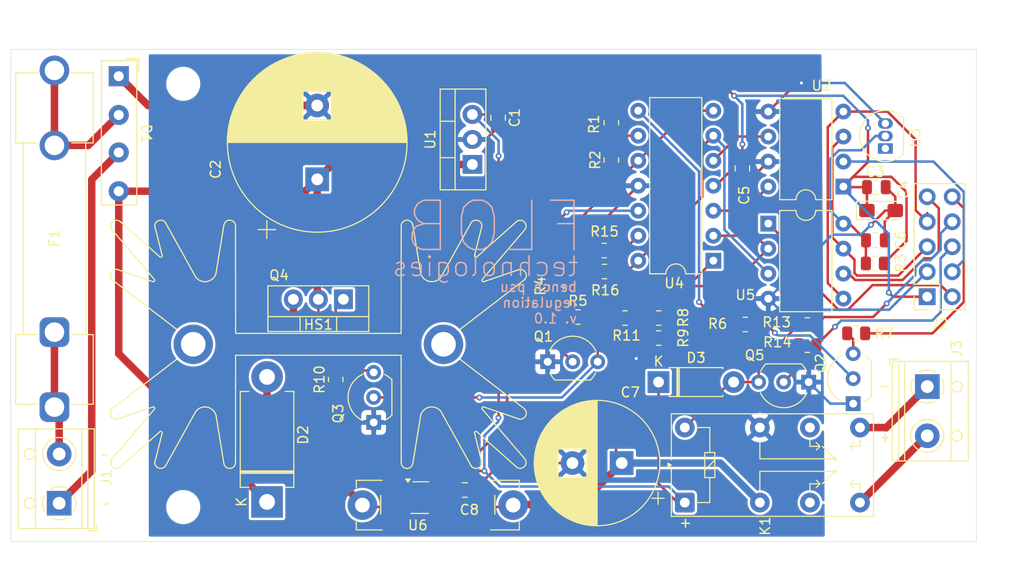
<source format=kicad_pcb>
(kicad_pcb (version 20240108) (generator "pcbnew") (generator_version "8.0")
  (layers (0 "F.Cu" signal) (31 "B.Cu" signal) (34 "B.Paste" user) (35 "F.Paste" user) (36 "B.SilkS" user "B.Silkscreen") (37 "F.SilkS" user "F.Silkscreen") (38 "B.Mask" user) (39 "F.Mask" user) (44 "Edge.Cuts" user))
  (net 0 "")
  (net 1 "GND")
  (net 2 "+5V")
  (net 3 "VDC")
  (net 4 "Net-(U3-K)")
  (net 5 "VOUT")
  (net 6 "Net-(J1-Pin_1)")
  (net 7 "Net-(D1-Pad2)")
  (net 8 "Net-(D2-A)")
  (net 9 "Net-(D3-A)")
  (net 10 "Net-(J1-Pin_2)")
  (net 11 "SPI_SDI")
  (net 12 "OUTPUT_EN_LED")
  (net 13 "ADC_CS")
  (net 14 "SPI_SDO")
  (net 15 "SPI_CLK")
  (net 16 "DAC_CS")
  (net 17 "OUTPUT_EN")
  (net 18 "CUR_LIMIT_LED")
  (net 19 "Net-(J3-Pin_1)")
  (net 20 "Net-(J3-Pin_2)")
  (net 23 "Net-(Q1-C)")
  (net 24 "Net-(Q1-B)")
  (net 25 "Net-(Q2-C)")
  (net 26 "Net-(Q2-B)")
  (net 27 "Net-(Q3-C)")
  (net 28 "Net-(Q5-B)")
  (net 29 "Net-(U4C--)")
  (net 30 "Net-(U4C-+)")
  (net 31 "Net-(R5-Pad1)")
  (net 32 "Net-(R6-Pad1)")
  (net 33 "Vsense")
  (net 34 "Net-(R8-Pad2)")
  (net 35 "Net-(U4D--)")
  (net 36 "Isense")
  (net 37 "Net-(U2-VB)")
  (net 38 "Net-(U2-VA)")
  (net 40 "Net-(U4D-+)")
  (footprint "MountingHole:MountingHole_3.2mm_M3" (layer "F.Cu") (at 180.4 106)
    (property "Reference" "H3" (hide yes))
    (property "Value" "MountingHole")
  )
  (footprint "Resistor_SMD:R_0805_2012Metric" (layer "F.Cu") (at 151.765 129.794)
    (property "Reference" "R8")
    (property "Value" "1000")
  )
  (footprint "Connector_PinSocket_2.54mm:PinSocket_2x05_P2.54mm_Vertical" (layer "F.Cu") (at 179.01 127.63 180)
    (property "Reference" "J2")
    (property "Value" "Conn_02x05_Odd_Even")
  )
  (footprint "Capacitor_SMD:C_0805_2012Metric" (layer "F.Cu") (at 135.4582 109.4442 -90)
    (property "Reference" "C1")
    (property "Value" "1uF")
  )
  (footprint "Capacitor_THT:CP_Radial_D12.5mm_P5.00mm" (layer "F.Cu") (at 148.002 144.526 180)
    (property "Reference" "C7")
    (property "Value" "1000uF")
  )
  (footprint "Package_TO_SOT_THT:TO-92_Inline_Wide" (layer "F.Cu") (at 140.4874 134.239)
    (property "Reference" "Q1")
    (property "Value" "2N3904")
  )
  (footprint "Capacitor_SMD:C_0805_2012Metric" (layer "F.Cu") (at 173.75 121.9)
    (property "Reference" "C6")
    (property "Value" "1uF")
  )
  (footprint "Resistor_SMD:R_0805_2012Metric" (layer "F.Cu") (at 166.85 132.55)
    (property "Reference" "R14")
    (property "Value" "5100")
  )
  (footprint "Package_TO_SOT_THT:TO-220-3_Vertical" (layer "F.Cu") (at 119.7518 127.89078 180)
    (property "Reference" "Q4")
    (property "Value" "TIP32C")
  )
  (footprint "Heatsink:Heatsink_Fischer_SK129-STS_42x25mm_2xDrill2.5mm" (layer "F.Cu") (at 117.2118 132.46278)
    (property "Reference" "HS1")
    (property "Value" "Heatsink_Pad")
  )
  (footprint "Resistor_SMD:R_0805_2012Metric" (layer "F.Cu") (at 141.3764 126.6444 -90)
    (property "Reference" "R4")
    (property "Value" "5100")
  )
  (footprint "Resistor_SMD:R_0805_2012Metric" (layer "F.Cu") (at 160.55 130.45)
    (property "Reference" "R6")
    (property "Value" "5100")
  )
  (footprint "Package_DIP:DIP-8_W7.62mm" (layer "F.Cu") (at 170.5 116.44 180)
    (property "Reference" "U2")
    (property "Value" "MCP4812")
  )
  (footprint "MountingHole:MountingHole_3.2mm_M3" (layer "F.Cu") (at 180.4 149)
    (property "Reference" "H4" (hide yes))
    (property "Value" "MountingHole")
  )
  (footprint "Resistor_SMD:R_0805_2012Metric" (layer "F.Cu") (at 166.85 130.5 180)
    (property "Reference" "R13")
    (property "Value" "330")
  )
  (footprint "MountingHole:MountingHole_3.2mm_M3" (layer "F.Cu") (at 103.5 106)
    (property "Reference" "H1" (hide yes))
    (property "Value" "MountingHole")
  )
  (footprint "Package_TO_SOT_THT:TO-92_Inline_Wide" (layer "F.Cu") (at 171.5 138.49 90)
    (property "Reference" "Q2")
    (property "Value" "2N3904")
  )
  (footprint "Package_TO_SOT_THT:TO-92_Inline_Wide" (layer "F.Cu") (at 166.98 136.3 180)
    (property "Reference" "Q5")
    (property "Value" "2N3904")
  )
  (footprint "Resistor_SMD:R_0805_2012Metric" (layer "F.Cu") (at 143.5608 129.6924)
    (property "Reference" "R5")
    (property "Value" "5100")
  )
  (footprint "Capacitor_SMD:C_0805_2012Metric" (layer "F.Cu") (at 160.2486 114.5946 -90)
    (property "Reference" "C5")
    (property "Value" "1uF")
  )
  (footprint "Relay_THT:Relay_DPDT_Omron_G6A" (layer "F.Cu") (at 154.4066 148.5392 90)
    (property "Reference" "K1")
    (property "Value" "G6A")
  )
  (footprint "Capacitor_Tantalum_SMD:CP_EIA-3216-18_Kemet-A_Pad1.58x1.35mm_HandSolder" (layer "F.Cu") (at 174.3305 118.872)
    (property "Reference" "C4")
    (property "Value" "10uF")
  )
  (footprint "Capacitor_THT:CP_Radial_D18.0mm_P7.50mm" (layer "F.Cu") (at 117.094 115.704 90)
    (property "Reference" "C2")
    (property "Value" "6800uF")
  )
  (footprint "Capacitor_SMD:C_0805_2012Metric" (layer "F.Cu") (at 132.08 147.2648)
    (property "Reference" "C8")
    (property "Value" "1uF")
  )
  (footprint "Package_TO_SOT_SMD:SOT-23-5_HandSoldering" (layer "F.Cu") (at 127.5042 148.037)
    (property "Reference" "U6")
    (property "Value" "INA180A1")
  )
  (footprint "Package_TO_SOT_THT:TO-220-3_Vertical" (layer "F.Cu") (at 132.8472 114.194 90)
    (property "Reference" "U1")
    (property "Value" "LM7805_TO220")
  )
  (footprint "TerminalBlock_RND:TerminalBlock_RND_205-00012_1x02_P5.00mm_Horizontal" (layer "F.Cu") (at 179.0192 136.7574 -90)
    (property "Reference" "J3")
    (property "Value" "Screw_Terminal_01x02")
  )
  (footprint "Resistor_SMD:R_0805_2012Metric" (layer "F.Cu") (at 146.95 113.75 -90)
    (property "Reference" "R2")
    (property "Value" "680")
  )
  (footprint "Resistor_SMD:R_0805_2012Metric" (layer "F.Cu") (at 146.95 109.95 90)
    (property "Reference" "R1")
    (property "Value" "5100")
  )
  (footprint "Package_TO_SOT_THT:TO-92_Inline" (layer "F.Cu") (at 174.76 112.57 90)
    (property "Reference" "U3")
    (property "Value" "LM4040LP-4.1")
  )
  (footprint "Resistor_SMD:R_0805_2012Metric" (layer "F.Cu") (at 118.9736 136.0399 90)
    (property "Reference" "R10")
    (property "Value" "5100")
  )
  (footprint "Diode_THT:D_DO-41_SOD81_P7.62mm_Horizontal" (layer "F.Cu") (at 151.74 136.3)
    (property "Reference" "D3")
    (property "Value" "1N4007")
  )
  (footprint "TerminalBlock_RND:TerminalBlock_RND_205-00012_1x02_P5.00mm_Horizontal" (layer "F.Cu") (at 90.9066 148.611 90)
    (property "Reference" "J1")
    (property "Value" "Screw_Terminal_01x02")
  )
  (footprint "Package_DIP:DIP-14_W7.62mm" (layer "F.Cu") (at 157.3 123.97 180)
    (property "Reference" "U4")
    (property "Value" "MCP6004")
  )
  (footprint "Altbutt:Diode_THT_Diode_Bridge_SIP365W86P406L1475H1060Q4" (layer "F.Cu") (at 96.9518 111.0698 -90)
    (property "Reference" "D1")
    (property "Value" "KBP206G")
  )
  (footprint "MountingHole:MountingHole_3.2mm_M3" (layer "F.Cu") (at 103.5 149)
    (property "Reference" "H2" (hide yes))
    (property "Value" "MountingHole" (hide yes))
  )
  (footprint "Altbutt:R_Bare_Metal_Element_L16.3mm_W4.0mm_no_mask" (layer "F.Cu") (at 121.6822 148.738)
    (property "Reference" "R12" (hide yes))
    (property "Value" "0.1" (hide yes))
  )
  (footprint "Capacitor_SMD:C_0805_2012Metric" (layer "F.Cu") (at 173.85 116.5)
    (property "Reference" "C3")
    (property "Value" "1uF")
  )
  (footprint "Diode_THT:D_DO-201AD_P12.70mm_Horizontal" (layer "F.Cu") (at 112.0048 148.4738 90)
    (property "Reference" "D2")
    (property "Value" "SB540")
  )
  (footprint "Fuse:Fuseholder_Clip-6.3x32mm_Littelfuse_102_122_Inline_P34.21x7.62mm_D1.98mm_Horizontal" (layer "F.Cu") (at 90.424 138.8466 90)
    (property "Reference" "F1")
    (property "Value" "1.5A")
  )
  (footprint "Package_DIP:DIP-8_W7.62mm" (layer "F.Cu") (at 162.88 120.2)
    (property "Reference" "U5")
    (property "Value" "MCP3002")
  )
  (footprint "Resistor_SMD:R_0805_2012Metric" (layer "F.Cu") (at 151.765 131.826 180)
    (property "Reference" "R9")
    (property "Value" "1000")
  )
  (footprint "Resistor_SMD:R_0805_2012Metric" (layer "F.Cu") (at 146.2278 122.936 180)
    (property "Reference" "R15")
    (property "Value" "1000")
  )
  (footprint "Resistor_SMD:R_0805_2012Metric" (layer "F.Cu") (at 173.7 124.25 180)
    (property "Reference" "R3")
    (property "Value" "680")
  )
  (footprint "Package_TO_SOT_THT:TO-92_Inline_Wide" (layer "F.Cu") (at 122.8271 140.3966 90)
    (property "Reference" "Q3")
    (property "Value" "2N3904")
  )
  (footprint "Resistor_SMD:R_0805_2012Metric" (layer "F.Cu") (at 146.2532 125.0696)
    (property "Reference" "R16")
    (property "Value" "1000")
  )
  (footprint "Resistor_SMD:R_0805_2012Metric" (layer "F.Cu") (at 171.8 131.35 180)
    (property "Reference" "R7")
    (property "Value" "330")
  )
  (footprint "Resistor_SMD:R_0805_2012Metric" (layer "F.Cu") (at 148.336 129.794)
    (property "Reference" "R11")
    (property "Value" "9100")
  )
  (gr_rect (start 86 102.5) (end 184 152.5) (stroke (width 0.05)) (fill none) (layer "Edge.Cuts"))
  (gr_text "technologies" (at 143.7386 125.73 0) (layer "B.SilkS") (effects (font (size 2 2)) (justify left bottom mirror)))
  (gr_text "FLOB" (at 144.4498 123.444 0) (layer "B.SilkS") (effects (font (size 5 5)) (justify left bottom mirror)))
  (gr_text "bench psu\nregulation\nv. 1.0" (at 143.5608 130.4274 0) (layer "B.SilkS") (effects (font (size 1 1)) (justify left bottom mirror)))
  (gr_text "-" (at 173.9646 137.2616 0) (layer "F.SilkS") (effects (font (size 1 1)) (justify left bottom)))
  (gr_text "+" (at 174.0154 142.4686 0) (layer "F.SilkS") (effects (font (size 1 1)) (justify left bottom)))
  (gr_text "~" (at 95.2246 149.225 0) (layer "F.SilkS") (effects (font (size 1 1)) (justify left bottom)))
  (gr_text "~" (at 95.123 144.272 0) (layer "F.SilkS") (effects (font (size 1 1)) (justify left bottom)))
  (segment (start 150.8525 131.826) (end 150.8525 132.5353) (width 0.254) (layer "F.Cu") (net 1))
  (segment (start 145.3153 120.7147) (end 149.68 116.35) (width 0.254) (layer "F.Cu") (net 1))
  (segment (start 145.3153 122.936) (end 145.3153 120.7147) (width 0.254) (layer "F.Cu") (net 1))
  (segment (start 142.6817 110.3942) (end 146.95 114.6625) (width 0.254) (layer "F.Cu") (net 1))
  (segment (start 96.9518 105.2278) (end 99.928 108.204) (width 0.762) (layer "F.Cu") (net 1))
  (segment (start 174.7 121.9) (end 174.7 119.94) (width 0.254) (layer "F.Cu") (net 1))
  (segment (start 175.768 118.872) (end 174.752 118.872) (width 0.254) (layer "F.Cu") (net 1))
  (segment (start 130.067 148.037) (end 130.34 148.31) (width 0.2) (layer "F.Cu") (net 1))
  (segment (start 175.768 117.468) (end 174.8 116.5) (width 0.254) (layer "F.Cu") (net 1))
  (segment (start 174.7 119.94) (end 175.768 118.872) (width 0.254) (layer "F.Cu") (net 1))
  (segment (start 130.34 148.31) (end 131.9848 148.31) (width 0.2) (layer "F.Cu") (net 1))
  (segment (start 166.243 105.918) (end 165.782 105.918) (width 0.254) (layer "F.Cu") (net 1))
  (segment (start 133.03 147.2648) (end 135.7688 144.526) (width 0.254) (layer "F.Cu") (net 1))
  (segment (start 132.8472 111.654) (end 134.1984 111.654) (width 0.254) (layer "F.Cu") (net 1))
  (segment (start 135.4582 110.3942) (end 142.6817 110.3942) (width 0.254) (layer "F.Cu") (net 1))
  (segment (start 174.752 118.872) (end 173.3042 120.3198) (width 0.254) (layer "F.Cu") (net 1))
  (segment (start 150.8525 132.5353) (end 149.479 133.9088) (width 0.254) (layer "F.Cu") (net 1))
  (segment (start 134.1984 111.654) (end 135.4582 110.3942) (width 0.254) (layer "F.Cu") (net 1))
  (segment (start 165.782 105.918) (end 162.88 108.82) (width 0.254) (layer "F.Cu") (net 1))
  (segment (start 175.768 118.872) (end 175.768 117.468) (width 0.254) (layer "F.Cu") (net 1))
  (segment (start 126.1542 148.037) (end 130.067 148.037) (width 0.2) (layer "F.Cu") (net 1))
  (segment (start 131.9848 148.31) (end 133.03 147.2648) (width 0.2) (layer "F.Cu") (net 1))
  (segment (start 135.7688 144.526) (end 143.002 144.526) (width 0.254) (layer "F.Cu") (net 1))
  (segment (start 161.2354 115.5446) (end 162.88 113.9) (width 0.254) (layer "F.Cu") (net 1))
  (segment (start 99.928 108.204) (end 117.094 108.204) (width 0.762) (layer "F.Cu") (net 1))
  (segment (start 160.2486 115.5446) (end 161.2354 115.5446) (width 0.254) (layer "F.Cu") (net 1))
  (via (at 173.3042 120.3198) (size 0.6) (drill 0.3) (layers "F.Cu" "B.Cu") (net 1))
  (via (at 166.243 105.918) (size 0.6) (drill 0.3) (layers "F.Cu" "B.Cu") (net 1))
  (via (at 149.479 133.9088) (size 0.6) (drill 0.3) (layers "F.Cu" "B.Cu") (net 1))
  (segment (start 171.5 138.49) (end 169.17 138.49) (width 0.254) (layer "B.Cu") (net 1))
  (segment (start 175.153 128.947) (end 164.007 128.947) (width 0.254) (layer "B.Cu") (net 1))
  (segment (start 169.373 121.327) (end 162.88 127.82) (width 0.254) (layer "B.Cu") (net 1))
  (segment (start 169.17 138.49) (end 166.98 136.3) (width 0.254) (layer "B.Cu") (net 1))
  (segment (start 172.297 121.327) (end 169.373 121.327) (width 0.254) (layer "B.Cu") (net 1))
  (segment (start 164.007 128.947) (end 162.88 127.82) (width 0.254) (layer "B.Cu") (net 1))
  (segment (start 173.3042 120.3198) (end 172.297 121.327) (width 0.254) (layer "B.Cu") (net 1))
  (segment (start 179.01 125.09) (end 175.153 128.947) (width 0.254) (layer "B.Cu") (net 1))
  (segment (start 174.76 110.03) (end 170.648 105.918) (width 0.254) (layer "B.Cu") (net 1))
  (segment (start 170.648 105.918) (end 166.243 105.918) (width 0.254) (layer "B.Cu") (net 1))
  (segment (start 160.2486 113.6446) (end 157.5432 116.35) (width 0.254) (layer "F.Cu") (net 2))
  (segment (start 159.4104 107.2134) (end 158.2166 106.0196) (width 0.254) (layer "F.Cu") (net 2))
  (segment (start 134.8384 109.114) (end 135.4582 108.4942) (width 0.254) (layer "F.Cu") (net 2))
  (segment (start 179.01 127.63) (end 175.5344 127.63) (width 0.254) (layer "F.Cu") (net 2))
  (segment (start 146.4067 108.4942) (end 146.95 109.0375) (width 0.254) (layer "F.Cu") (net 2))
  (segment (start 176.911 116.9924) (end 176.911 121.9515) (width 0.254) (layer "F.Cu") (net 2))
  (segment (start 170.5 116.44) (end 171.492 115.448) (width 0.254) (layer "F.Cu") (net 2))
  (segment (start 151.74 146.620294) (end 153.658906 148.5392) (width 0.254) (layer "F.Cu") (net 2))
  (segment (start 135.509 113.3304) (end 135.509 139.8988) (width 0.254) (layer "F.Cu") (net 2))
  (segment (start 153.658906 148.5392) (end 154.4066 148.5392) (width 0.254) (layer "F.Cu") (net 2))
  (segment (start 175.5344 127.63) (end 175.115488 127.211088) (width 0.254) (layer "F.Cu") (net 2))
  (segment (start 135.509 139.8988) (end 135.4836 139.9242) (width 0.254) (layer "F.Cu") (net 2))
  (segment (start 132.8472 109.114) (end 134.8384 109.114) (width 0.254) (layer "F.Cu") (net 2))
  (segment (start 172.9994 113.9406) (end 172.9994 110.49) (width 0.254) (layer "F.Cu") (net 2))
  (segment (start 135.4582 108.4942) (end 146.4067 108.4942) (width 0.254) (layer "F.Cu") (net 2))
  (segment (start 149.9679 106.0196) (end 146.95 109.0375) (width 0.254) (layer "F.Cu") (net 2))
  (segment (start 170.56 116.5) (end 170.5 116.44) (width 0.254) (layer "F.Cu") (net 2))
  (segment (start 170.5 116.44) (end 172.9994 113.9406) (width 0.254) (layer "F.Cu") (net 2))
  (segment (start 172.893 116.507) (end 172.9 116.5) (width 0.254) (layer "F.Cu") (net 2))
  (segment (start 171.492 115.448) (end 175.3666 115.448) (width 0.254) (layer "F.Cu") (net 2))
  (segment (start 160.2486 113.6446) (end 160.2486 112.141) (width 0.254) (layer "F.Cu") (net 2))
  (segment (start 172.9 116.5) (end 170.56 116.5) (width 0.254) (layer "F.Cu") (net 2))
  (segment (start 151.74 146.620294) (end 151.74 136.3) (width 0.254) (layer "F.Cu") (net 2))
  (segment (start 130.9522 147.087) (end 131.13 147.2648) (width 0.254) (layer "F.Cu") (net 2))
  (segment (start 128.8542 147.087) (end 130.9522 147.087) (width 0.254) (layer "F.Cu") (net 2))
  (segment (start 158.2166 106.0196) (end 149.9679 106.0196) (width 0.254) (layer "F.Cu") (net 2))
  (segment (start 133.0604 145.3344) (end 131.13 147.2648) (width 0.254) (layer "F.Cu") (net 2))
  (segment (start 176.911 121.9515) (end 174.6125 124.25) (width 0.254) (layer "F.Cu") (net 2))
  (segment (start 175.3666 115.448) (end 176.911 116.9924) (width 0.254) (layer "F.Cu") (net 2))
  (segment (start 157.5432 116.35) (end 157.3 116.35) (width 0.254) (layer "F.Cu") (net 2))
  (segment (start 133.0148 108.4942) (end 132.8472 108.3266) (width 0.254) (layer "F.Cu") (net 2))
  (segment (start 134.0612 145.3344) (end 133.0604 145.3344) (width 0.254) (layer "F.Cu") (net 2))
  (segment (start 172.893 118.872) (end 172.893 116.507) (width 0.254) (layer "F.Cu") (net 2))
  (via (at 134.0612 145.3344) (size 0.6) (drill 0.3) (layers "F.Cu" "B.Cu") (net 2))
  (via (at 159.4104 107.2134) (size 0.6) (drill 0.3) (layers "F.Cu" "B.Cu") (net 2))
  (via (at 135.4836 139.9242) (size 0.6) (drill 0.3) (layers "F.Cu" "B.Cu") (net 2))
  (via (at 135.509 113.3304) (size 0.6) (drill 0.3) (layers "F.Cu" "B.Cu") (net 2))
  (via (at 160.2486 112.141) (size 0.6) (drill 0.3) (layers "F.Cu" "B.Cu") (net 2))
  (via (at 172.9994 110.49) (size 0.6) (drill 0.3) (layers "F.Cu" "B.Cu") (net 2))
  (via (at 175.115488 127.211088) (size 0.6) (drill 0.3) (layers "F.Cu" "B.Cu") (net 2))
  (segment (start 135.4836 139.9242) (end 135.4836 140.3052) (width 0.254) (layer "B.Cu") (net 2))
  (segment (start 152.7784 146.911) (end 154.4066 148.5392) (width 0.254) (layer "B.Cu") (net 2))
  (segment (start 160.2486 112.141) (end 160.2486 108.0516) (width 0.254) (layer "B.Cu") (net 2))
  (segment (start 172.9994 110.49) (end 172.9994 109.725581) (width 0.254) (layer "B.Cu") (net 2))
  (segment (start 132.8472 109.114) (end 135.509 111.7758) (width 0.254) (layer "B.Cu") (net 2))
  (segment (start 170.487219 107.2134) (end 159.4104 107.2134) (width 0.254) (layer "B.Cu") (net 2))
  (segment (start 172.9994 109.725581) (end 170.487219 107.2134) (width 0.254) (layer "B.Cu") (net 2))
  (segment (start 160.2486 108.0516) (end 159.4104 107.2134) (width 0.254) (layer "B.Cu") (net 2))
  (segment (start 134.0612 145.3344) (end 135.6378 146.911) (width 0.254) (layer "B.Cu") (net 2))
  (segment (start 135.6378 146.911) (end 152.7784 146.911) (width 0.254) (layer "B.Cu") (net 2))
  (segment (start 135.4836 140.3052) (end 134.0612 141.7276) (width 0.254) (layer "B.Cu") (net 2))
  (segment (start 170.5 116.628888) (end 170.5 116.44) (width 0.254) (layer "B.Cu") (net 2))
  (segment (start 135.509 111.7758) (end 135.509 113.3304) (width 0.254) (layer "B.Cu") (net 2))
  (segment (start 175.115488 127.211088) (end 175.115488 121.244376) (width 0.254) (layer "B.Cu") (net 2))
  (segment (start 175.115488 121.244376) (end 170.5 116.628888) (width 0.254) (layer "B.Cu") (net 2))
  (segment (start 134.0612 141.7276) (end 134.0612 145.3344) (width 0.254) (layer "B.Cu") (net 2))
  (segment (start 112.0048 148.4738) (end 96.9518 133.4208) (width 0.762) (layer "F.Cu") (net 3))
  (segment (start 117.2118 135.1906) (end 117.2118 127.89078) (width 0.254) (layer "F.Cu") (net 3))
  (segment (start 117.094 115.704) (end 117.094 127.77298) (width 0.762) (layer "F.Cu") (net 3))
  (segment (start 117.094 127.77298) (end 117.2118 127.89078) (width 0.762) (layer "F.Cu") (net 3))
  (segment (start 118.9736 136.9524) (end 117.2118 135.1906) (width 0.254) (layer "F.Cu") (net 3))
  (segment (start 117.1629 127.93968) (end 117.2118 127.89078) (width 0.254) (layer "F.Cu") (net 3))
  (segment (start 96.9518 133.4208) (end 96.9518 116.9118) (width 0.762) (layer "F.Cu") (net 3))
  (segment (start 115.8862 116.9118) (end 117.094 115.704) (width 0.762) (layer "F.Cu") (net 3))
  (segment (start 132.84518 114.19198) (end 132.8472 114.194) (width 0.762) (layer "F.Cu") (net 3))
  (segment (start 132.8472 114.194) (end 118.604 114.194) (width 0.762) (layer "F.Cu") (net 3))
  (segment (start 118.604 114.194) (end 117.094 115.704) (width 0.762) (layer "F.Cu") (net 3))
  (segment (start 96.9518 116.9118) (end 115.8862 116.9118) (width 0.762) (layer "F.Cu") (net 3))
  (segment (start 172.7875 124.25) (end 172.7875 121.9125) (width 0.254) (layer "F.Cu") (net 4))
  (segment (start 172.7875 121.9125) (end 172.8 121.9) (width 0.254) (layer "F.Cu") (net 4))
  (segment (start 171.1 120.2) (end 170.5 120.2) (width 0.254) (layer "F.Cu") (net 4))
  (segment (start 172.8 121.9) (end 171.1 120.2) (width 0.254) (layer "F.Cu") (net 4))
  (segment (start 172.304 112.752) (end 170.054181 112.752) (width 0.254) (layer "B.Cu") (net 4))
  (segment (start 170.054181 112.752) (end 169.1894 113.616781) (width 0.254) (layer "B.Cu") (net 4))
  (segment (start 169.1894 118.8894) (end 170.5 120.2) (width 0.254) (layer "B.Cu") (net 4))
  (segment (start 169.1894 113.616781) (end 169.1894 118.8894) (width 0.254) (layer "B.Cu") (net 4))
  (segment (start 173.756 111.3) (end 172.304 112.752) (width 0.254) (layer "B.Cu") (net 4))
  (segment (start 174.76 111.3) (end 173.756 111.3) (width 0.254) (layer "B.Cu") (net 4))
  (segment (start 136.9822 148.738) (end 143.79 148.738) (width 0.762) (layer "F.Cu") (net 5))
  (segment (start 128.8542 148.987) (end 136.7332 148.987) (width 0.254) (layer "F.Cu") (net 5))
  (segment (start 147.4235 129.794) (end 147.4235 143.9475) (width 0.254) (layer "F.Cu") (net 5))
  (segment (start 143.79 148.738) (end 148.002 144.526) (width 0.762) (layer "F.Cu") (net 5))
  (segment (start 136.7332 148.987) (end 136.9822 148.738) (width 0.254) (layer "F.Cu") (net 5))
  (segment (start 147.4235 143.9475) (end 148.002 144.526) (width 0.254) (layer "F.Cu") (net 5))
  (segment (start 148.002 144.526) (end 158.0134 144.526) (width 0.762) (layer "B.Cu") (net 5))
  (segment (start 158.0134 144.526) (end 162.0266 148.5392) (width 0.762) (layer "B.Cu") (net 5))
  (segment (start 94.2086 145.309) (end 90.9066 148.611) (width 0.762) (layer "F.Cu") (net 6))
  (segment (start 94.2086 115.718) (end 94.2086 145.309) (width 0.762) (layer "F.Cu") (net 6))
  (segment (start 96.9518 112.9748) (end 94.2086 115.718) (width 0.762) (layer "F.Cu") (net 6))
  (segment (start 93.86 112.2566) (end 96.9518 109.1648) (width 0.762) (layer "F.Cu") (net 7))
  (segment (start 90.424 112.2566) (end 90.424 104.6366) (width 0.762) (layer "F.Cu") (net 7))
  (segment (start 90.424 112.2566) (end 93.86 112.2566) (width 0.762) (layer "F.Cu") (net 7))
  (segment (start 114.6718 141.7276) (end 121.6822 148.738) (width 0.762) (layer "F.Cu") (net 8))
  (segment (start 112.0048 135.7738) (end 112.0048 139.0606) (width 0.762) (layer "F.Cu") (net 8))
  (segment (start 114.6718 127.89078) (end 114.6718 141.7276) (width 0.762) (layer "F.Cu") (net 8))
  (segment (start 121.9312 148.987) (end 121.6822 148.738) (width 0.254) (layer "F.Cu") (net 8))
  (segment (start 126.1542 148.987) (end 121.9312 148.987) (width 0.254) (layer "F.Cu") (net 8))
  (segment (start 112.0048 139.0606) (end 114.6718 141.7276) (width 0.762) (layer "F.Cu") (net 8))
  (segment (start 159.0258 136.3) (end 159.36 136.3) (width 0.254) (layer "F.Cu") (net 9))
  (segment (start 165.9375 130.5) (end 161.9 134.5375) (width 0.254) (layer "F.Cu") (net 9))
  (segment (start 161.9 136.3) (end 159.36 136.3) (width 0.254) (layer "F.Cu") (net 9))
  (segment (start 154.72 140.94) (end 153.679706 140.94) (width 0.254) (layer "F.Cu") (net 9))
  (segment (start 161.9 134.5375) (end 161.9 136.3) (width 0.254) (layer "F.Cu") (net 9))
  (segment (start 154.4066 140.9192) (end 159.0258 136.3) (width 0.254) (layer "F.Cu") (net 9))
  (segment (start 90.9066 139.3292) (end 90.424 138.8466) (width 0.762) (layer "F.Cu") (net 10))
  (segment (start 90.9066 143.611) (end 90.9066 139.3292) (width 0.762) (layer "F.Cu") (net 10))
  (segment (start 90.424 138.8466) (end 90.424 131.2266) (width 0.762) (layer "F.Cu") (net 10))
  (segment (start 174.97991 108.82) (end 177.833 111.67309) (width 0.254) (layer "F.Cu") (net 11))
  (segment (start 177.833 111.67309) (end 177.833 118.833) (width 0.254) (layer "F.Cu") (net 11))
  (segment (start 168.919 126.239) (end 168.919 110.401) (width 0.254) (layer "F.Cu") (net 11))
  (segment (start 179.01 120.01) (end 179.01 119.13453) (width 0.254) (layer "F.Cu") (net 11))
  (segment (start 168.919 110.401) (end 170.5 108.82) (width 0.254) (layer "F.Cu") (net 11))
  (segment (start 177.833 118.833) (end 179.01 120.01) (width 0.254) (layer "F.Cu") (net 11))
  (segment (start 170.5 108.82) (end 174.97991 108.82) (width 0.254) (layer "F.Cu") (net 11))
  (segment (start 170.5 127.82) (end 168.919 126.239) (width 0.254) (layer "F.Cu") (net 11))
  (segment (start 168.5701 129.6924) (end 167.7625 130.5) (width 0.254) (layer "F.Cu") (net 12))
  (segment (start 173.520888 129.6924) (end 168.5701 129.6924) (width 0.254) (layer "F.Cu") (net 12))
  (segment (start 174.898444 128.314844) (end 173.520888 129.6924) (width 0.254) (layer "F.Cu") (net 12))
  (via (at 174.898444 128.314844) (size 0.6) (drill 0.3) (layers "F.Cu" "B.Cu") (net 12))
  (segment (start 177.802074 125.411214) (end 174.898444 128.314844) (width 0.254) (layer "B.Cu") (net 12))
  (segment (start 179.3122 123.913) (end 178.52247 123.913) (width 0.254) (layer "B.Cu") (net 12))
  (segment (start 180.373 121.187) (end 180.373 122.8522) (width 0.254) (layer "B.Cu") (net 12))
  (segment (start 181.55 120.01) (end 180.373 121.187) (width 0.254) (layer "B.Cu") (net 12))
  (segment (start 177.802074 124.633396) (end 177.802074 125.411214) (width 0.254) (layer "B.Cu") (net 12))
  (segment (start 178.52247 123.913) (end 177.802074 124.633396) (width 0.254) (layer "B.Cu") (net 12))
  (segment (start 180.373 122.8522) (end 179.3122 123.913) (width 0.254) (layer "B.Cu") (net 12))
  (segment (start 180.373 126.453) (end 173.460819 126.453) (width 0.254) (layer "F.Cu") (net 13))
  (segment (start 173.460819 126.453) (end 170.966819 128.947) (width 0.254) (layer "F.Cu") (net 13))
  (segment (start 164.007 121.327) (end 162.88 120.2) (width 0.254) (layer "F.Cu") (net 13))
  (segment (start 170.966819 128.947) (end 169.9934 128.947) (width 0.254) (layer "F.Cu") (net 13))
  (segment (start 181.55 127.63) (end 180.373 126.453) (width 0.254) (layer "F.Cu") (net 13))
  (segment (start 169.9934 128.947) (end 164.007 122.9606) (width 0.254) (layer "F.Cu") (net 13))
  (segment (start 164.007 122.9606) (end 164.007 121.327) (width 0.254) (layer "F.Cu") (net 13))
  (segment (start 176.50547 125.93) (end 178.70847 123.727) (width 0.254) (layer "F.Cu") (net 14))
  (segment (start 171.693747 125.93) (end 176.50547 125.93) (width 0.254) (layer "F.Cu") (net 14))
  (segment (start 170.5 125.28) (end 171.043748 125.28) (width 0.254) (layer "F.Cu") (net 14))
  (segment (start 171.173 125.409253) (end 171.693747 125.93) (width 0.254) (layer "F.Cu") (net 14))
  (segment (start 180.187 118.647) (end 179.01 117.47) (width 0.254) (layer "F.Cu") (net 14))
  (segment (start 171.043748 125.28) (end 171.173 125.409253) (width 0.254) (layer "F.Cu") (net 14))
  (segment (start 180.187 123.03753) (end 180.187 118.647) (width 0.254) (layer "F.Cu") (net 14))
  (segment (start 179.49753 123.727) (end 180.187 123.03753) (width 0.254) (layer "F.Cu") (net 14))
  (segment (start 178.70847 123.727) (end 179.49753 123.727) (width 0.254) (layer "F.Cu") (net 14))
  (segment (start 170.5 111.36) (end 169.373 112.487) (width 0.254) (layer "F.Cu") (net 15))
  (segment (start 170.5 122.74) (end 171.627 123.867) (width 0.254) (layer "F.Cu") (net 15))
  (segment (start 176.084 125.476) (end 179.01 122.55) (width 0.254) (layer "F.Cu") (net 15))
  (segment (start 169.373 121.613) (end 170.5 122.74) (width 0.254) (layer "F.Cu") (net 15))
  (segment (start 171.8818 125.476) (end 176.084 125.476) (width 0.254) (layer "F.Cu") (net 15))
  (segment (start 171.627 123.867) (end 171.627 125.2212) (width 0.254) (layer "F.Cu") (net 15))
  (segment (start 169.373 112.487) (end 169.373 121.613) (width 0.254) (layer "F.Cu") (net 15))
  (segment (start 171.627 125.2212) (end 171.8818 125.476) (width 0.254) (layer "F.Cu") (net 15))
  (segment (start 182.727 116.98247) (end 182.727 123.913) (width 0.254) (layer "B.Cu") (net 16))
  (segment (start 179.64453 113.9) (end 182.727 116.98247) (width 0.254) (layer "B.Cu") (net 16))
  (segment (start 182.727 123.913) (end 181.55 125.09) (width 0.254) (layer "B.Cu") (net 16))
  (segment (start 170.5 113.9) (end 179.64453 113.9) (width 0.254) (layer "B.Cu") (net 16))
  (segment (start 169.6466 130.683) (end 169.6295 130.683) (width 0.254) (layer "F.Cu") (net 17))
  (segment (start 169.6295 130.683) (end 167.7625 132.55) (width 0.254) (layer "F.Cu") (net 17))
  (via (at 169.6466 130.683) (size 0.6) (drill 0.3) (layers "F.Cu" "B.Cu") (net 17))
  (segment (start 170.2816 130.048) (end 169.6466 130.683) (width 0.254) (layer "B.Cu") (net 17))
  (segment (start 179.5272 130.048) (end 170.2816 130.048) (width 0.254) (layer "B.Cu") (net 17))
  (segment (start 180.373 123.727) (end 180.373 129.2022) (width 0.254) (layer "B.Cu") (net 17))
  (segment (start 181.55 122.55) (end 180.373 123.727) (width 0.254) (layer "B.Cu") (net 17))
  (segment (start 180.373 129.2022) (end 179.5272 130.048) (width 0.254) (layer "B.Cu") (net 17))
  (segment (start 181.55 117.47) (end 182.727 118.647) (width 0.254) (layer "F.Cu") (net 18))
  (segment (start 179.546 131.35) (end 172.7125 131.35) (width 0.254) (layer "F.Cu") (net 18))
  (segment (start 182.727 118.647) (end 182.727 128.169) (width 0.254) (layer "F.Cu") (net 18))
  (segment (start 182.727 128.169) (end 179.546 131.35) (width 0.254) (layer "F.Cu") (net 18))
  (segment (start 174.8158 140.9192) (end 174.8366 140.94) (width 0.762) (layer "F.Cu") (net 19))
  (segment (start 174.8366 140.94) (end 179.0192 136.7574) (width 0.762) (layer "F.Cu") (net 19))
  (segment (start 172.1866 140.9192) (end 174.8158 140.9192) (width 0.762) (layer "F.Cu") (net 19))
  (segment (start 172.1866 148.5392) (end 178.9684 141.7574) (width 0.762) (layer "F.Cu") (net 20))
  (segment (start 178.9684 141.7574) (end 179.0192 141.7574) (width 0.762) (layer "F.Cu") (net 20))
  (segment (start 178.262306 141.7574) (end 179.0192 141.7574) (width 0.762) (layer "F.Cu") (net 20))
  (segment (start 133.543 137.8566) (end 133.5532 137.8668) (width 0.254) (layer "F.Cu") (net 23))
  (segment (start 145.5674 130.7865) (end 144.4733 129.6924) (width 0.254) (layer "F.Cu") (net 23))
  (segment (start 145.5674 134.239) (end 145.5674 130.7865) (width 0.254) (layer "F.Cu") (net 23))
  (segment (start 122.8271 137.8566) (end 133.543 137.8566) (width 0.254) (layer "F.Cu") (net 23))
  (via (at 133.5532 137.8668) (size 0.6) (drill 0.3) (layers "F.Cu" "B.Cu") (net 23))
  (segment (start 141.9396 137.8668) (end 145.5674 134.239) (width 0.254) (layer "B.Cu") (net 23))
  (segment (start 133.5532 137.8668) (end 141.9396 137.8668) (width 0.254) (layer "B.Cu") (net 23))
  (segment (start 143.0274 134.239) (end 141.3764 132.588) (width 0.254) (layer "F.Cu") (net 24))
  (segment (start 141.3764 132.588) (end 141.3764 127.5569) (width 0.254) (layer "F.Cu") (net 24))
  (segment (start 171.5 131.9625) (end 170.8875 131.35) (width 0.254) (layer "F.Cu") (net 25))
  (segment (start 171.5 133.41) (end 171.5 131.9625) (width 0.254) (layer "F.Cu") (net 25))
  (segment (start 161.4625 130.45) (end 162.708 130.45) (width 0.254) (layer "F.Cu") (net 26))
  (segment (start 162.708 130.45) (end 163.5506 131.2926) (width 0.254) (layer "F.Cu") (net 26))
  (via (at 163.5506 131.2926) (size 0.6) (drill 0.3) (layers "F.Cu" "B.Cu") (net 26))
  (segment (start 163.83 131.572) (end 167.122 131.572) (width 0.254) (layer "B.Cu") (net 26))
  (segment (start 167.122 131.572) (end 171.5 135.95) (width 0.254) (layer "B.Cu") (net 26))
  (segment (start 163.5506 131.2926) (end 163.83 131.572) (width 0.254) (layer "B.Cu") (net 26))
  (segment (start 122.6379 135.1274) (end 122.8271 135.3166) (width 0.254) (layer "F.Cu") (net 27))
  (segment (start 119.1149 135.3166) (end 118.9879 135.1896) (width 0.254) (layer "F.Cu") (net 27))
  (segment (start 118.9879 135.1896) (end 118.9879 135.0617) (width 0.254) (layer "F.Cu") (net 27))
  (segment (start 118.9736 128.66898) (end 119.7518 127.89078) (width 0.254) (layer "F.Cu") (net 27))
  (segment (start 118.9736 135.1274) (end 122.6379 135.1274) (width 0.254) (layer "F.Cu") (net 27))
  (segment (start 118.9736 135.1274) (end 118.9736 128.66898) (width 0.254) (layer "F.Cu") (net 27))
  (segment (start 165.9375 134.8025) (end 164.44 136.3) (width 0.254) (layer "F.Cu") (net 28))
  (segment (start 165.9375 132.55) (end 165.9375 134.8025) (width 0.254) (layer "F.Cu") (net 28))
  (segment (start 147.3575 111.27) (end 146.95 110.8625) (width 0.254) (layer "F.Cu") (net 29))
  (segment (start 149.68 111.27) (end 147.3575 111.27) (width 0.254) (layer "F.Cu") (net 29))
  (segment (start 146.95 110.8625) (end 146.95 112.8375) (width 0.254) (layer "F.Cu") (net 29))
  (segment (start 141.3764 122.1136) (end 149.68 113.81) (width 0.254) (layer "F.Cu") (net 30))
  (segment (start 141.3764 125.7319) (end 141.3764 122.1136) (width 0.254) (layer "F.Cu") (net 30))
  (segment (start 154.76 108.73) (end 149.68 113.81) (width 0.254) (layer "F.Cu") (net 30))
  (segment (start 157.3 108.73) (end 154.76 108.73) (width 0.254) (layer "F.Cu") (net 30))
  (segment (start 155.1734 126.0966) (end 157.3 123.97) (width 0.254) (layer "F.Cu") (net 31))
  (segment (start 146.2441 126.0966) (end 155.1734 126.0966) (width 0.254) (layer "F.Cu") (net 31))
  (segment (start 142.6483 129.6924) (end 146.2441 126.0966) (width 0.254) (layer "F.Cu") (net 31))
  (segment (start 155.8544 128.1684) (end 158.136 130.45) (width 0.254) (layer "F.Cu") (net 32))
  (segment (start 158.136 130.45) (end 159.6375 130.45) (width 0.254) (layer "F.Cu") (net 32))
  (via (at 155.8544 128.1684) (size 0.6) (drill 0.3) (layers "F.Cu" "B.Cu") (net 32))
  (segment (start 149.68 108.73) (end 155.8544 114.9044) (width 0.254) (layer "B.Cu") (net 32))
  (segment (start 155.8544 114.9044) (end 155.8544 128.1684) (width 0.254) (layer "B.Cu") (net 32))
  (segment (start 159.0694 126.5506) (end 154.0959 126.5506) (width 0.254) (layer "F.Cu") (net 33))
  (segment (start 161.57 121.43) (end 162.88 122.74) (width 0.254) (layer "F.Cu") (net 33))
  (segment (start 157.3 121.43) (end 161.57 121.43) (width 0.254) (layer "F.Cu") (net 33))
  (segment (start 162.88 122.74) (end 159.0694 126.5506) (width 0.254) (layer "F.Cu") (net 33))
  (segment (start 154.0959 126.5506) (end 150.8525 129.794) (width 0.254) (layer "F.Cu") (net 33))
  (segment (start 150.8525 129.794) (end 149.2485 129.794) (width 0.254) (layer "F.Cu") (net 33))
  (segment (start 152.6775 129.794) (end 152.6775 131.826) (width 0.254) (layer "F.Cu") (net 34))
  (segment (start 145.3407 124.7356) (end 147.1403 122.936) (width 0.254) (layer "F.Cu") (net 35))
  (segment (start 147.1403 122.936) (end 148.174 122.936) (width 0.254) (layer "F.Cu") (net 35))
  (segment (start 145.3407 125.0696) (end 145.3407 124.7356) (width 0.254) (layer "F.Cu") (net 35))
  (segment (start 148.174 122.936) (end 149.68 121.43) (width 0.254) (layer "F.Cu") (net 35))
  (segment (start 147.1657 125.0696) (end 148.5804 125.0696) (width 0.254) (layer "F.Cu") (net 36))
  (segment (start 156.173 112.397) (end 156.173 117.477) (width 0.254) (layer "F.Cu") (net 36))
  (segment (start 148.5804 125.0696) (end 149.68 123.97) (width 0.254) (layer "F.Cu") (net 36))
  (segment (start 157.3 111.27) (end 156.173 112.397) (width 0.254) (layer "F.Cu") (net 36))
  (segment (start 156.173 117.477) (end 149.68 123.97) (width 0.254) (layer "F.Cu") (net 36))
  (segment (start 162.88 125.28) (end 158.427 120.827) (width 0.254) (layer "B.Cu") (net 36))
  (segment (start 158.427 120.827) (end 158.427 112.397) (width 0.254) (layer "B.Cu") (net 36))
  (segment (start 158.427 112.397) (end 157.3 111.27) (width 0.254) (layer "B.Cu") (net 36))
  (segment (start 162.88 111.36) (end 159.75 111.36) (width 0.254) (layer "F.Cu") (net 37))
  (segment (start 159.75 111.36) (end 157.3 113.81) (width 0.254) (layer "F.Cu") (net 37))
  (segment (start 160.43 118.89) (end 157.3 118.89) (width 0.254) (layer "F.Cu") (net 38))
  (segment (start 162.88 116.44) (end 160.43 118.89) (width 0.254) (layer "F.Cu") (net 38))
  (segment (start 129.5578 143.6834) (end 126.1542 147.087) (width 0.254) (layer "F.Cu") (net 40))
  (segment (start 142.4178 119.0498) (end 136.3726 125.095) (width 0.254) (layer "F.Cu") (net 40))
  (segment (start 133.223 143.6834) (end 129.5578 143.6834) (width 0.254) (layer "F.Cu") (net 40))
  (segment (start 136.3726 125.095) (end 136.3726 140.5338) (width 0.254) (layer "F.Cu") (net 40))
  (segment (start 136.3726 140.5338) (end 133.223 143.6834) (width 0.254) (layer "F.Cu") (net 40))
  (via (at 142.4178 119.0498) (size 0.6) (drill 0.3) (layers "F.Cu" "B.Cu") (net 40))
  (segment (start 142.5776 118.89) (end 149.68 118.89) (width 0.254) (layer "B.Cu") (net 40))
  (segment (start 142.4178 119.0498) (end 142.5776 118.89) (width 0.254) (layer "B.Cu") (net 40))
  (zone (net 1) (net_name "GND") (layer "B.Cu") (connect_pads (clearance 0.25)) (min_thickness 0.25) (fill yes (thermal_gap 0.5) (thermal_bridge_width 0.5))
    (polygon (pts (xy 107.188 97.4852) (xy 168.249059 98.91234) (xy 168.630059 154.51294) (xy 99.9998 154.1526) (xy 99.9998 98.552)))
  )
)
</source>
